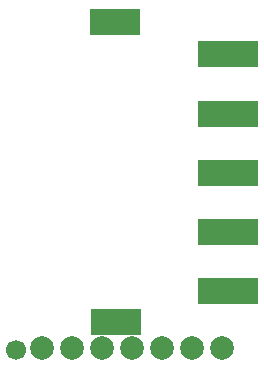
<source format=gbr>
G04 DipTrace 3.3.1.3*
G04 BottomMask.gbr*
%MOMM*%
G04 #@! TF.FileFunction,Soldermask,Bot*
G04 #@! TF.Part,Single*
%ADD23R,5.2X2.2*%
%ADD27R,4.2X2.2*%
%ADD29C,1.7*%
%ADD31C,2.0*%
%FSLAX35Y35*%
G04*
G71*
G90*
G75*
G01*
G04 BotMask*
%LPD*%
D31*
X2105077Y133333D3*
X1851077D3*
X1597077D3*
X1343077D3*
X1089077D3*
X835077D3*
X581077D3*
D29*
X364217Y122473D3*
D27*
X1210267Y356890D3*
X1200267Y2896890D3*
D23*
X2153473Y2621957D3*
Y2121957D3*
Y1621957D3*
Y1121957D3*
Y621957D3*
M02*

</source>
